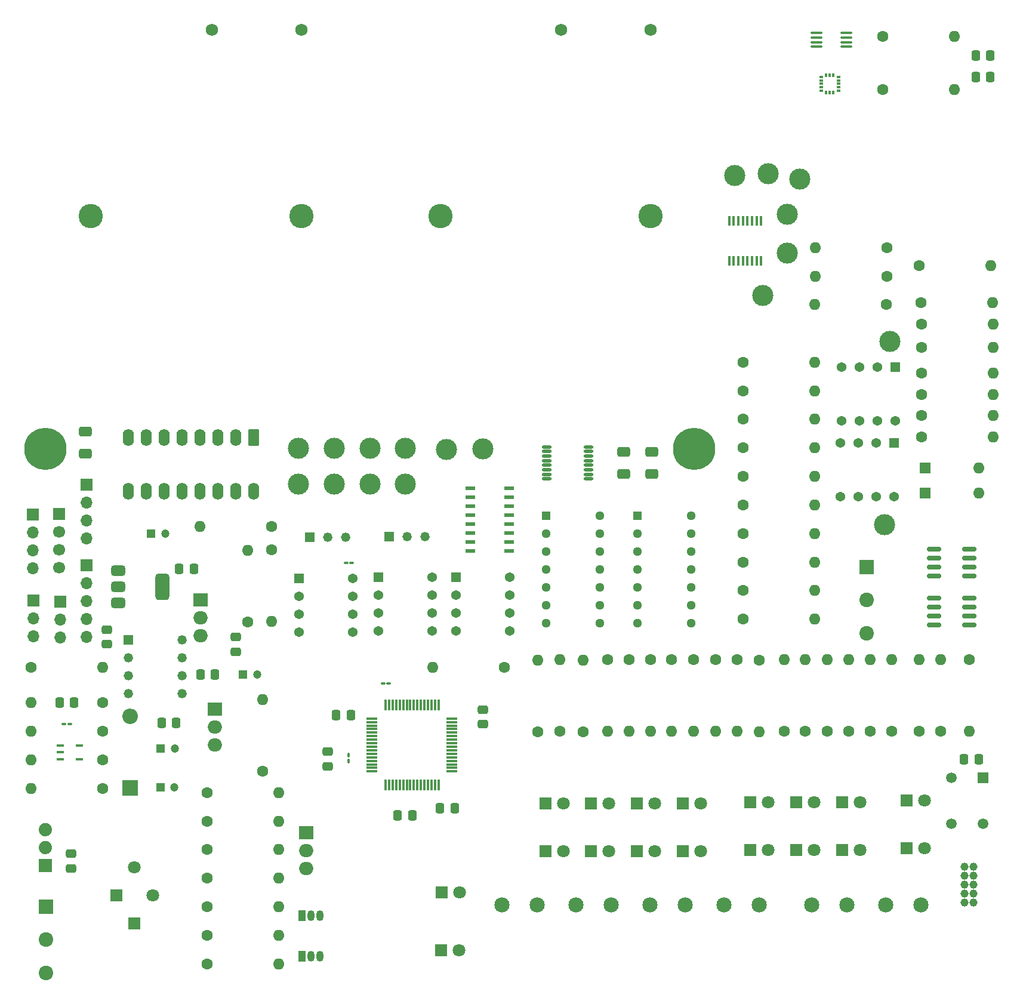
<source format=gbr>
%TF.GenerationSoftware,KiCad,Pcbnew,9.0.1-9.0.1-0~ubuntu24.04.1*%
%TF.CreationDate,2025-05-12T01:42:28+10:00*%
%TF.ProjectId,Sensor_Unit,53656e73-6f72-45f5-956e-69742e6b6963,rev?*%
%TF.SameCoordinates,Original*%
%TF.FileFunction,Soldermask,Top*%
%TF.FilePolarity,Negative*%
%FSLAX46Y46*%
G04 Gerber Fmt 4.6, Leading zero omitted, Abs format (unit mm)*
G04 Created by KiCad (PCBNEW 9.0.1-9.0.1-0~ubuntu24.04.1) date 2025-05-12 01:42:28*
%MOMM*%
%LPD*%
G01*
G04 APERTURE LIST*
G04 Aperture macros list*
%AMRoundRect*
0 Rectangle with rounded corners*
0 $1 Rounding radius*
0 $2 $3 $4 $5 $6 $7 $8 $9 X,Y pos of 4 corners*
0 Add a 4 corners polygon primitive as box body*
4,1,4,$2,$3,$4,$5,$6,$7,$8,$9,$2,$3,0*
0 Add four circle primitives for the rounded corners*
1,1,$1+$1,$2,$3*
1,1,$1+$1,$4,$5*
1,1,$1+$1,$6,$7*
1,1,$1+$1,$8,$9*
0 Add four rect primitives between the rounded corners*
20,1,$1+$1,$2,$3,$4,$5,0*
20,1,$1+$1,$4,$5,$6,$7,0*
20,1,$1+$1,$6,$7,$8,$9,0*
20,1,$1+$1,$8,$9,$2,$3,0*%
G04 Aperture macros list end*
%ADD10C,3.450000*%
%ADD11C,1.734000*%
%ADD12C,2.057400*%
%ADD13R,2.057400X2.057400*%
%ADD14R,1.371600X1.371600*%
%ADD15C,1.371600*%
%ADD16R,1.800000X1.800000*%
%ADD17C,1.800000*%
%ADD18RoundRect,0.100000X-0.217500X-0.100000X0.217500X-0.100000X0.217500X0.100000X-0.217500X0.100000X0*%
%ADD19C,1.600000*%
%ADD20O,1.600000X1.600000*%
%ADD21RoundRect,0.250000X0.337500X0.475000X-0.337500X0.475000X-0.337500X-0.475000X0.337500X-0.475000X0*%
%ADD22R,1.320800X1.320800*%
%ADD23C,1.320800*%
%ADD24R,2.000000X1.905000*%
%ADD25O,2.000000X1.905000*%
%ADD26RoundRect,0.250000X-0.550000X0.950000X-0.550000X-0.950000X0.550000X-0.950000X0.550000X0.950000X0*%
%ADD27O,1.600000X2.400000*%
%ADD28C,3.000000*%
%ADD29RoundRect,0.100000X0.100000X-0.217500X0.100000X0.217500X-0.100000X0.217500X-0.100000X-0.217500X0*%
%ADD30R,1.879600X1.879600*%
%ADD31C,1.879600*%
%ADD32RoundRect,0.375000X-0.625000X-0.375000X0.625000X-0.375000X0.625000X0.375000X-0.625000X0.375000X0*%
%ADD33RoundRect,0.500000X-0.500000X-1.400000X0.500000X-1.400000X0.500000X1.400000X-0.500000X1.400000X0*%
%ADD34RoundRect,0.250000X-0.337500X-0.475000X0.337500X-0.475000X0.337500X0.475000X-0.337500X0.475000X0*%
%ADD35RoundRect,0.087500X-0.187500X-0.087500X0.187500X-0.087500X0.187500X0.087500X-0.187500X0.087500X0*%
%ADD36RoundRect,0.087500X-0.087500X-0.187500X0.087500X-0.187500X0.087500X0.187500X-0.087500X0.187500X0*%
%ADD37R,1.200000X1.200000*%
%ADD38C,1.200000*%
%ADD39R,1.700000X1.700000*%
%ADD40O,1.700000X1.700000*%
%ADD41R,1.600000X1.600000*%
%ADD42RoundRect,0.250000X-0.475000X0.337500X-0.475000X-0.337500X0.475000X-0.337500X0.475000X0.337500X0*%
%ADD43C,2.154000*%
%ADD44RoundRect,0.250000X0.475000X-0.337500X0.475000X0.337500X-0.475000X0.337500X-0.475000X-0.337500X0*%
%ADD45O,1.400000X0.449999*%
%ADD46R,1.050000X1.500000*%
%ADD47O,1.050000X1.500000*%
%ADD48RoundRect,0.150000X-0.825000X-0.150000X0.825000X-0.150000X0.825000X0.150000X-0.825000X0.150000X0*%
%ADD49C,1.168400*%
%ADD50R,1.295400X1.295400*%
%ADD51C,1.295400*%
%ADD52R,1.460500X0.558800*%
%ADD53C,6.000000*%
%ADD54RoundRect,0.100000X-0.712500X-0.100000X0.712500X-0.100000X0.712500X0.100000X-0.712500X0.100000X0*%
%ADD55RoundRect,0.250000X0.650000X-0.412500X0.650000X0.412500X-0.650000X0.412500X-0.650000X-0.412500X0*%
%ADD56R,0.355600X1.473200*%
%ADD57RoundRect,0.075000X-0.700000X-0.075000X0.700000X-0.075000X0.700000X0.075000X-0.700000X0.075000X0*%
%ADD58RoundRect,0.075000X-0.075000X-0.700000X0.075000X-0.700000X0.075000X0.700000X-0.075000X0.700000X0*%
%ADD59R,2.200000X2.200000*%
%ADD60O,2.200000X2.200000*%
%ADD61R,1.498600X1.498600*%
%ADD62C,1.498600*%
%ADD63C,1.700000*%
%ADD64R,0.977900X0.406400*%
G04 APERTURE END LIST*
D10*
%TO.C,BT1*%
X89000000Y-53000000D03*
X118850000Y-53000000D03*
D11*
X106150000Y-26580000D03*
X118850000Y-26580000D03*
%TD*%
%TO.C,BT2*%
X69300000Y-26580000D03*
X56600000Y-26580000D03*
D10*
X69300000Y-53000000D03*
X39450000Y-53000000D03*
%TD*%
D12*
%TO.C,SW2*%
X33060400Y-160319401D03*
X33060400Y-155619401D03*
D13*
X33060400Y-150919400D03*
%TD*%
D14*
%TO.C,U17*%
X91190000Y-104190000D03*
D15*
X91190000Y-106730000D03*
X91190000Y-109270000D03*
X91190000Y-111810000D03*
X98810000Y-111810000D03*
X98810000Y-109270000D03*
X98810000Y-106730000D03*
X98810000Y-104190000D03*
%TD*%
D16*
%TO.C,LED19*%
X89181800Y-148906000D03*
D17*
X91721800Y-148906000D03*
%TD*%
D18*
%TO.C,C1*%
X80866600Y-119264600D03*
X81681600Y-119264600D03*
%TD*%
D19*
%TO.C,R15*%
X55920000Y-134750000D03*
D20*
X66080000Y-134750000D03*
%TD*%
D19*
%TO.C,R38*%
X112697500Y-115902600D03*
D20*
X112697500Y-126062600D03*
%TD*%
D21*
%TO.C,C16*%
X51522600Y-124839800D03*
X49447600Y-124839800D03*
%TD*%
D22*
%TO.C,U10*%
X44716300Y-113073400D03*
D23*
X44716300Y-115613400D03*
X44716300Y-118153400D03*
X44716300Y-120693400D03*
X52336300Y-120693400D03*
X52336300Y-118153400D03*
X52336300Y-115613400D03*
X52336300Y-113073400D03*
%TD*%
D24*
%TO.C,U9*%
X57000000Y-122920000D03*
D25*
X57000000Y-125460000D03*
X57000000Y-128000000D03*
%TD*%
D16*
%TO.C,LED16*%
X139508200Y-142906500D03*
D17*
X142048200Y-142906500D03*
%TD*%
D26*
%TO.C,U23*%
X62540000Y-84380000D03*
D27*
X60000000Y-84380000D03*
X57460000Y-84380000D03*
X54920000Y-84380000D03*
X52380000Y-84380000D03*
X49840000Y-84380000D03*
X47300000Y-84380000D03*
X44760000Y-84380000D03*
X44760000Y-92000000D03*
X47300000Y-92000000D03*
X49840000Y-92000000D03*
X52380000Y-92000000D03*
X54920000Y-92000000D03*
X57460000Y-92000000D03*
X60000000Y-92000000D03*
X62540000Y-92000000D03*
%TD*%
D28*
%TO.C,TP2*%
X95000000Y-86000000D03*
%TD*%
D29*
%TO.C,C7*%
X76000000Y-130240000D03*
X76000000Y-129425000D03*
%TD*%
D28*
%TO.C,TP5*%
X73950000Y-85950000D03*
%TD*%
D19*
%TO.C,R44*%
X143852600Y-126074300D03*
D20*
X143852600Y-115914300D03*
%TD*%
D30*
%TO.C,U8*%
X33000000Y-145080000D03*
D31*
X33000000Y-142540000D03*
X33000000Y-140000000D03*
%TD*%
D19*
%TO.C,R16*%
X55920000Y-138800000D03*
D20*
X66080000Y-138800000D03*
%TD*%
D28*
%TO.C,TP9*%
X84050000Y-85950000D03*
%TD*%
D32*
%TO.C,U13*%
X43289200Y-103245500D03*
X43289200Y-105545500D03*
D33*
X49589200Y-105545500D03*
D32*
X43289200Y-107845500D03*
%TD*%
D16*
%TO.C,LED11*%
X110389400Y-143082300D03*
D17*
X112929400Y-143082300D03*
%TD*%
D19*
%TO.C,R57*%
X131920000Y-102050000D03*
D20*
X142080000Y-102050000D03*
%TD*%
D34*
%TO.C,C5*%
X82962500Y-138000000D03*
X85037500Y-138000000D03*
%TD*%
D19*
%TO.C,R17*%
X55920000Y-142850000D03*
D20*
X66080000Y-142850000D03*
%TD*%
D16*
%TO.C,LED8*%
X139483200Y-136156500D03*
D17*
X142023200Y-136156500D03*
%TD*%
D19*
%TO.C,R49*%
X102818700Y-126131300D03*
D20*
X102818700Y-115971300D03*
%TD*%
D19*
%TO.C,R36*%
X146905200Y-126076100D03*
D20*
X146905200Y-115916100D03*
%TD*%
D19*
%TO.C,R28*%
X109247700Y-126160000D03*
D20*
X109247700Y-116000000D03*
%TD*%
D19*
%TO.C,R25*%
X65037200Y-100304200D03*
D20*
X65037200Y-110464200D03*
%TD*%
D35*
%TO.C,U4*%
X143025000Y-33225000D03*
X143025000Y-33725000D03*
X143025000Y-34225000D03*
X143025000Y-34725000D03*
X143025000Y-35225000D03*
D36*
X143750000Y-35450000D03*
X144250000Y-35450000D03*
X144750000Y-35450000D03*
D35*
X145475000Y-35225000D03*
X145475000Y-34725000D03*
X145475000Y-34225000D03*
X145475000Y-33725000D03*
X145475000Y-33225000D03*
D36*
X144750000Y-33000000D03*
X144250000Y-33000000D03*
X143750000Y-33000000D03*
%TD*%
D37*
%TO.C,C17*%
X49337700Y-128496800D03*
D38*
X51337700Y-128496800D03*
%TD*%
D14*
%TO.C,U19*%
X153540000Y-74380000D03*
D15*
X151000000Y-74380000D03*
X148460000Y-74380000D03*
X145920000Y-74380000D03*
X145920000Y-82000000D03*
X148460000Y-82000000D03*
X151000000Y-82000000D03*
X153540000Y-82000000D03*
%TD*%
D19*
%TO.C,R3*%
X152250000Y-65500000D03*
D20*
X142090000Y-65500000D03*
%TD*%
D28*
%TO.C,TP6*%
X73950000Y-91000000D03*
%TD*%
D39*
%TO.C,J6*%
X38780200Y-91121900D03*
D40*
X38780200Y-93661900D03*
X38780200Y-96201900D03*
X38780200Y-98741900D03*
%TD*%
D28*
%TO.C,TP16*%
X135500000Y-47000000D03*
%TD*%
D19*
%TO.C,R40*%
X124967100Y-115920000D03*
D20*
X124967100Y-126080000D03*
%TD*%
D41*
%TO.C,D3*%
X157740100Y-92276500D03*
D20*
X165360100Y-92276500D03*
%TD*%
D42*
%TO.C,C18*%
X41660500Y-111632400D03*
X41660500Y-113707400D03*
%TD*%
D43*
%TO.C,J11*%
X129221800Y-150656200D03*
X134221800Y-150656200D03*
%TD*%
D19*
%TO.C,R41*%
X131130000Y-115924000D03*
D20*
X131130000Y-126084000D03*
%TD*%
D19*
%TO.C,R37*%
X140800000Y-126074700D03*
D20*
X140800000Y-115914700D03*
%TD*%
D14*
%TO.C,U16*%
X80190000Y-104190000D03*
D15*
X80190000Y-106730000D03*
X80190000Y-109270000D03*
X80190000Y-111810000D03*
X87810000Y-111810000D03*
X87810000Y-109270000D03*
X87810000Y-106730000D03*
X87810000Y-104190000D03*
%TD*%
D44*
%TO.C,C6*%
X73000000Y-131037500D03*
X73000000Y-128962500D03*
%TD*%
D16*
%TO.C,LED7*%
X145983200Y-136156500D03*
D17*
X148523200Y-136156500D03*
%TD*%
D19*
%TO.C,R42*%
X156952200Y-126080000D03*
D20*
X156952200Y-115920000D03*
%TD*%
D24*
%TO.C,U11*%
X55000000Y-107460000D03*
D25*
X55000000Y-110000000D03*
X55000000Y-112540000D03*
%TD*%
D28*
%TO.C,TP7*%
X79000000Y-85950000D03*
%TD*%
D19*
%TO.C,R39*%
X118834600Y-115902600D03*
D20*
X118834600Y-126062600D03*
%TD*%
D19*
%TO.C,R53*%
X131920000Y-85850000D03*
D20*
X142080000Y-85850000D03*
%TD*%
D16*
%TO.C,LED4*%
X116854400Y-136332300D03*
D17*
X119394400Y-136332300D03*
%TD*%
D28*
%TO.C,TP15*%
X140000000Y-47750000D03*
%TD*%
%TO.C,TP10*%
X84050000Y-91000000D03*
%TD*%
D24*
%TO.C,Q2*%
X70000000Y-140460000D03*
D25*
X70000000Y-143000000D03*
X70000000Y-145540000D03*
%TD*%
D19*
%TO.C,R59*%
X98080000Y-117000000D03*
D20*
X87920000Y-117000000D03*
%TD*%
D45*
%TO.C,U22*%
X104100001Y-85725001D03*
X104100001Y-86375002D03*
X104100001Y-87025001D03*
X104100001Y-87675002D03*
X104100001Y-88325001D03*
X104100001Y-88975002D03*
X104100001Y-89625001D03*
X104100001Y-90275002D03*
X110000002Y-90275002D03*
X110000002Y-89625001D03*
X110000002Y-88975002D03*
X110000002Y-88325001D03*
X110000002Y-87675002D03*
X110000002Y-87025001D03*
X110000002Y-86375002D03*
X110000002Y-85725001D03*
%TD*%
D46*
%TO.C,Q3*%
X69373900Y-157967200D03*
D47*
X70643900Y-157967200D03*
X71913900Y-157967200D03*
%TD*%
D19*
%TO.C,R14*%
X63794700Y-131702200D03*
D20*
X63794700Y-121542200D03*
%TD*%
D48*
%TO.C,U6*%
X159050000Y-100190000D03*
X159050000Y-101460000D03*
X159050000Y-102730000D03*
X159050000Y-104000000D03*
X164000000Y-104000000D03*
X164000000Y-102730000D03*
X164000000Y-101460000D03*
X164000000Y-100190000D03*
%TD*%
D16*
%TO.C,LED12*%
X116904400Y-143082300D03*
D17*
X119444400Y-143082300D03*
%TD*%
D14*
%TO.C,U20*%
X153350000Y-85190000D03*
D15*
X150810000Y-85190000D03*
X148270000Y-85190000D03*
X145730000Y-85190000D03*
X145730000Y-92810000D03*
X148270000Y-92810000D03*
X150810000Y-92810000D03*
X153350000Y-92810000D03*
%TD*%
D19*
%TO.C,R10*%
X157280100Y-75276500D03*
D20*
X167440100Y-75276500D03*
%TD*%
D19*
%TO.C,R27*%
X65080000Y-97000000D03*
D20*
X54920000Y-97000000D03*
%TD*%
D19*
%TO.C,R61*%
X131920000Y-110150000D03*
D20*
X142080000Y-110150000D03*
%TD*%
D39*
%TO.C,J4*%
X31307600Y-107535000D03*
D40*
X31307600Y-110075000D03*
X31307600Y-112615000D03*
%TD*%
D19*
%TO.C,L3*%
X30920000Y-117000000D03*
D20*
X41080000Y-117000000D03*
%TD*%
D19*
%TO.C,R12*%
X157280100Y-81276500D03*
D20*
X167440100Y-81276500D03*
%TD*%
D49*
%TO.C,J1*%
X164604600Y-150354700D03*
X163334600Y-150354700D03*
X164604600Y-149084700D03*
X163334600Y-149084700D03*
X164604600Y-147814700D03*
X163334600Y-147814700D03*
X164604600Y-146544700D03*
X163334600Y-146544700D03*
X164604600Y-145274700D03*
X163334600Y-145274700D03*
%TD*%
D43*
%TO.C,J8*%
X97721800Y-150656200D03*
X102721800Y-150656200D03*
%TD*%
D23*
%TO.C,R46*%
X86826200Y-98409400D03*
X84286200Y-98409400D03*
D22*
X81746200Y-98409400D03*
%TD*%
D19*
%TO.C,R47*%
X164000000Y-115920000D03*
D20*
X164000000Y-126080000D03*
%TD*%
D19*
%TO.C,R50*%
X131920000Y-73700000D03*
D20*
X142080000Y-73700000D03*
%TD*%
D16*
%TO.C,LED10*%
X103889400Y-143082300D03*
D17*
X106429400Y-143082300D03*
%TD*%
D18*
%TO.C,C12*%
X35592500Y-125000000D03*
X36407500Y-125000000D03*
%TD*%
D34*
%TO.C,C23*%
X51962500Y-103000000D03*
X54037500Y-103000000D03*
%TD*%
D50*
%TO.C,U15*%
X104000000Y-95460000D03*
D51*
X104000000Y-98000000D03*
X104000000Y-100540000D03*
X104000000Y-103080000D03*
X104000000Y-105620000D03*
X104000000Y-108160000D03*
X104000000Y-110700000D03*
X111620000Y-110700000D03*
X111620000Y-108160000D03*
X111620000Y-105620000D03*
X111620000Y-103080000D03*
X111620000Y-100540000D03*
X111620000Y-98000000D03*
X111620000Y-95460000D03*
%TD*%
D34*
%TO.C,C10*%
X164962500Y-30240000D03*
X167037500Y-30240000D03*
%TD*%
D44*
%TO.C,C14*%
X36658800Y-145499700D03*
X36658800Y-143424700D03*
%TD*%
D19*
%TO.C,R19*%
X55920000Y-150950000D03*
D20*
X66080000Y-150950000D03*
%TD*%
D19*
%TO.C,R55*%
X131920000Y-93950000D03*
D20*
X142080000Y-93950000D03*
%TD*%
D19*
%TO.C,R58*%
X131920000Y-106100000D03*
D20*
X142080000Y-106100000D03*
%TD*%
D19*
%TO.C,R26*%
X61683900Y-110558700D03*
D20*
X61683900Y-100398700D03*
%TD*%
D42*
%TO.C,C20*%
X59957600Y-112700900D03*
X59957600Y-114775900D03*
%TD*%
D19*
%TO.C,R6*%
X156920000Y-60000000D03*
D20*
X167080000Y-60000000D03*
%TD*%
D28*
%TO.C,TP13*%
X130750000Y-47250000D03*
%TD*%
D39*
%TO.C,J5*%
X35086000Y-107653000D03*
D40*
X35086000Y-110193000D03*
X35086000Y-112733000D03*
%TD*%
D19*
%TO.C,R35*%
X153000000Y-126080000D03*
D20*
X153000000Y-115920000D03*
%TD*%
D16*
%TO.C,LED14*%
X155181800Y-142656200D03*
D17*
X157721800Y-142656200D03*
%TD*%
D16*
%TO.C,LED2*%
X103889400Y-136332300D03*
D17*
X106429400Y-136332300D03*
%TD*%
D16*
%TO.C,LED5*%
X123389400Y-136332300D03*
D17*
X125929400Y-136332300D03*
%TD*%
D19*
%TO.C,R7*%
X157200100Y-65276500D03*
D20*
X167360100Y-65276500D03*
%TD*%
D19*
%TO.C,R54*%
X131920000Y-89900000D03*
D20*
X142080000Y-89900000D03*
%TD*%
D52*
%TO.C,U18*%
X93275850Y-91555000D03*
X93275850Y-92825000D03*
X93275850Y-94095000D03*
X93275850Y-95365000D03*
X93275850Y-96635000D03*
X93275850Y-97905000D03*
X93275850Y-99175000D03*
X93275850Y-100445000D03*
X98724150Y-100445000D03*
X98724150Y-99175000D03*
X98724150Y-97905000D03*
X98724150Y-96635000D03*
X98724150Y-95365000D03*
X98724150Y-94095000D03*
X98724150Y-92825000D03*
X98724150Y-91555000D03*
%TD*%
D53*
%TO.C,FID2*%
X125000000Y-86000000D03*
%TD*%
D50*
%TO.C,U14*%
X117000000Y-95460000D03*
D51*
X117000000Y-98000000D03*
X117000000Y-100540000D03*
X117000000Y-103080000D03*
X117000000Y-105620000D03*
X117000000Y-108160000D03*
X117000000Y-110700000D03*
X124620000Y-110700000D03*
X124620000Y-108160000D03*
X124620000Y-105620000D03*
X124620000Y-103080000D03*
X124620000Y-100540000D03*
X124620000Y-98000000D03*
X124620000Y-95460000D03*
%TD*%
D19*
%TO.C,R52*%
X131920000Y-81800000D03*
D20*
X142080000Y-81800000D03*
%TD*%
D43*
%TO.C,J10*%
X118721800Y-150656200D03*
X123721800Y-150656200D03*
%TD*%
D28*
%TO.C,TP8*%
X79000000Y-91000000D03*
%TD*%
D16*
%TO.C,LED15*%
X146008200Y-142906500D03*
D17*
X148548200Y-142906500D03*
%TD*%
D23*
%TO.C,R48*%
X75546100Y-98490900D03*
X73006100Y-98490900D03*
D22*
X70466100Y-98490900D03*
%TD*%
D39*
%TO.C,J12*%
X31191300Y-95325300D03*
D40*
X31191300Y-97865300D03*
X31191300Y-100405300D03*
X31191300Y-102945300D03*
%TD*%
D19*
%TO.C,R51*%
X131920000Y-77750000D03*
D20*
X142080000Y-77750000D03*
%TD*%
D19*
%TO.C,R13*%
X157280100Y-84276500D03*
D20*
X167440100Y-84276500D03*
%TD*%
D19*
%TO.C,R56*%
X131920000Y-98000000D03*
D20*
X142080000Y-98000000D03*
%TD*%
D16*
%TO.C,LED17*%
X132968200Y-142906500D03*
D17*
X135508200Y-142906500D03*
%TD*%
D54*
%TO.C,U3*%
X142387500Y-27025000D03*
X142387500Y-27675000D03*
X142387500Y-28325000D03*
X142387500Y-28975000D03*
X146612500Y-28975000D03*
X146612500Y-28325000D03*
X146612500Y-27675000D03*
X146612500Y-27025000D03*
%TD*%
D34*
%TO.C,C11*%
X164962500Y-33250000D03*
X167037500Y-33250000D03*
%TD*%
D16*
%TO.C,LED3*%
X110389400Y-136332300D03*
D17*
X112929400Y-136332300D03*
%TD*%
D21*
%TO.C,C2*%
X76287500Y-123750000D03*
X74212500Y-123750000D03*
%TD*%
D34*
%TO.C,C19*%
X54962500Y-118000000D03*
X57037500Y-118000000D03*
%TD*%
D43*
%TO.C,J3*%
X152221800Y-150656200D03*
X157221800Y-150656200D03*
%TD*%
D19*
%TO.C,R30*%
X115766000Y-115902600D03*
D20*
X115766000Y-126062600D03*
%TD*%
D34*
%TO.C,C13*%
X35000000Y-122000000D03*
X37075000Y-122000000D03*
%TD*%
D53*
%TO.C,FID1*%
X33000000Y-86000000D03*
%TD*%
D19*
%TO.C,R8*%
X157280100Y-68276500D03*
D20*
X167440100Y-68276500D03*
%TD*%
D16*
%TO.C,LED13*%
X123414400Y-143082300D03*
D17*
X125954400Y-143082300D03*
%TD*%
D16*
%TO.C,LED6*%
X155156800Y-135906200D03*
D17*
X157696800Y-135906200D03*
%TD*%
D19*
%TO.C,R18*%
X55920000Y-146900000D03*
D20*
X66080000Y-146900000D03*
%TD*%
D19*
%TO.C,R9*%
X157280100Y-71626500D03*
D20*
X167440100Y-71626500D03*
%TD*%
D19*
%TO.C,R34*%
X160000000Y-126080000D03*
D20*
X160000000Y-115920000D03*
%TD*%
D28*
%TO.C,TP11*%
X138250000Y-52750000D03*
%TD*%
D21*
%TO.C,C25*%
X165384100Y-130000000D03*
X163309100Y-130000000D03*
%TD*%
D46*
%TO.C,Q1*%
X69373900Y-152177200D03*
D47*
X70643900Y-152177200D03*
X71913900Y-152177200D03*
%TD*%
D55*
%TO.C,C26*%
X115000000Y-89562500D03*
X115000000Y-86437500D03*
%TD*%
D56*
%TO.C,U21*%
X134524999Y-53680600D03*
X133875001Y-53680600D03*
X133224999Y-53680600D03*
X132575001Y-53680600D03*
X131925002Y-53680600D03*
X131275001Y-53680600D03*
X130625002Y-53680600D03*
X129975001Y-53680600D03*
X129975001Y-59319400D03*
X130624999Y-59319400D03*
X131275001Y-59319400D03*
X131924999Y-59319400D03*
X132574998Y-59319400D03*
X133224999Y-59319400D03*
X133874998Y-59319400D03*
X134524999Y-59319400D03*
%TD*%
D55*
%TO.C,C27*%
X119000000Y-89562500D03*
X119000000Y-86437500D03*
%TD*%
%TO.C,C29*%
X38658200Y-86701000D03*
X38658200Y-83576000D03*
%TD*%
D21*
%TO.C,C3*%
X91037500Y-137000000D03*
X88962500Y-137000000D03*
%TD*%
D19*
%TO.C,R43*%
X149952200Y-126080000D03*
D20*
X149952200Y-115920000D03*
%TD*%
D28*
%TO.C,TP1*%
X89850000Y-86050000D03*
%TD*%
D42*
%TO.C,C4*%
X95000000Y-122962500D03*
X95000000Y-125037500D03*
%TD*%
D28*
%TO.C,TP17*%
X138250000Y-58250000D03*
%TD*%
D19*
%TO.C,R11*%
X157280100Y-78276500D03*
D20*
X167440100Y-78276500D03*
%TD*%
D18*
%TO.C,C22*%
X75637500Y-102161400D03*
X76452500Y-102161400D03*
%TD*%
D28*
%TO.C,TP14*%
X152000000Y-96750000D03*
%TD*%
D43*
%TO.C,J2*%
X141721800Y-150656200D03*
X146721800Y-150656200D03*
%TD*%
D19*
%TO.C,R31*%
X121766000Y-115902600D03*
D20*
X121766000Y-126062600D03*
%TD*%
D28*
%TO.C,TP12*%
X152750000Y-70750000D03*
%TD*%
D57*
%TO.C,U1*%
X79325000Y-124250000D03*
X79325000Y-124750000D03*
X79325000Y-125250000D03*
X79325000Y-125750000D03*
X79325000Y-126250000D03*
X79325000Y-126750000D03*
X79325000Y-127250000D03*
X79325000Y-127750000D03*
X79325000Y-128250000D03*
X79325000Y-128750000D03*
X79325000Y-129250000D03*
X79325000Y-129750000D03*
X79325000Y-130250000D03*
X79325000Y-130750000D03*
X79325000Y-131250000D03*
X79325000Y-131750000D03*
D58*
X81250000Y-133675000D03*
X81750000Y-133675000D03*
X82250000Y-133675000D03*
X82750000Y-133675000D03*
X83250000Y-133675000D03*
X83750000Y-133675000D03*
X84250000Y-133675000D03*
X84750000Y-133675000D03*
X85250000Y-133675000D03*
X85750000Y-133675000D03*
X86250000Y-133675000D03*
X86750000Y-133675000D03*
X87250000Y-133675000D03*
X87750000Y-133675000D03*
X88250000Y-133675000D03*
X88750000Y-133675000D03*
D57*
X90675000Y-131750000D03*
X90675000Y-131250000D03*
X90675000Y-130750000D03*
X90675000Y-130250000D03*
X90675000Y-129750000D03*
X90675000Y-129250000D03*
X90675000Y-128750000D03*
X90675000Y-128250000D03*
X90675000Y-127750000D03*
X90675000Y-127250000D03*
X90675000Y-126750000D03*
X90675000Y-126250000D03*
X90675000Y-125750000D03*
X90675000Y-125250000D03*
X90675000Y-124750000D03*
X90675000Y-124250000D03*
D58*
X88750000Y-122325000D03*
X88250000Y-122325000D03*
X87750000Y-122325000D03*
X87250000Y-122325000D03*
X86750000Y-122325000D03*
X86250000Y-122325000D03*
X85750000Y-122325000D03*
X85250000Y-122325000D03*
X84750000Y-122325000D03*
X84250000Y-122325000D03*
X83750000Y-122325000D03*
X83250000Y-122325000D03*
X82750000Y-122325000D03*
X82250000Y-122325000D03*
X81750000Y-122325000D03*
X81250000Y-122325000D03*
%TD*%
D19*
%TO.C,R32*%
X128044600Y-115920000D03*
D20*
X128044600Y-126080000D03*
%TD*%
D19*
%TO.C,R4*%
X151745000Y-27500000D03*
D20*
X161905000Y-27500000D03*
%TD*%
D48*
%TO.C,U5*%
X159050000Y-107190000D03*
X159050000Y-108460000D03*
X159050000Y-109730000D03*
X159050000Y-111000000D03*
X164000000Y-111000000D03*
X164000000Y-109730000D03*
X164000000Y-108460000D03*
X164000000Y-107190000D03*
%TD*%
D37*
%TO.C,C21*%
X61000000Y-118000000D03*
D38*
X63000000Y-118000000D03*
%TD*%
D59*
%TO.C,D23*%
X45000000Y-134080000D03*
D60*
X45000000Y-123920000D03*
%TD*%
D41*
%TO.C,D2*%
X157740100Y-88726500D03*
D20*
X165360100Y-88726500D03*
%TD*%
D61*
%TO.C,SW3*%
X165989401Y-132656199D03*
D62*
X165989401Y-139156200D03*
X161489400Y-132656199D03*
X161489400Y-139156200D03*
%TD*%
D39*
%TO.C,J7*%
X38785700Y-102473300D03*
D40*
X38785700Y-105013300D03*
X38785700Y-107553300D03*
X38785700Y-110093300D03*
X38785700Y-112633300D03*
%TD*%
D19*
%TO.C,R45*%
X137755800Y-126075100D03*
D20*
X137755800Y-115915100D03*
%TD*%
D37*
%TO.C,C15*%
X49287500Y-133965100D03*
D38*
X51287500Y-133965100D03*
%TD*%
D39*
%TO.C,J13*%
X34929500Y-95232300D03*
D63*
X34929500Y-97772300D03*
X34929500Y-100312300D03*
X34929500Y-102852300D03*
%TD*%
D37*
%TO.C,C24*%
X48000000Y-98000000D03*
D38*
X50000000Y-98000000D03*
%TD*%
D16*
%TO.C,U24*%
X43076300Y-149335000D03*
D17*
X48176300Y-149335000D03*
D16*
X45576300Y-153335000D03*
D17*
X45576300Y-145335000D03*
%TD*%
D19*
%TO.C,R5*%
X151745000Y-35050000D03*
D20*
X161905000Y-35050000D03*
%TD*%
D16*
%TO.C,LED9*%
X132943200Y-136156500D03*
D17*
X135483200Y-136156500D03*
%TD*%
D64*
%TO.C,U7*%
X35113850Y-128107700D03*
X35113850Y-129047500D03*
X35113850Y-129987300D03*
X37793550Y-130000000D03*
X37793550Y-128095000D03*
%TD*%
D28*
%TO.C,TP3*%
X68900000Y-85950000D03*
%TD*%
D19*
%TO.C,R60*%
X55920000Y-159050000D03*
D20*
X66080000Y-159050000D03*
%TD*%
D43*
%TO.C,J9*%
X108221800Y-150656200D03*
X113221800Y-150656200D03*
%TD*%
D19*
%TO.C,R20*%
X55920000Y-155000000D03*
D20*
X66080000Y-155000000D03*
%TD*%
D19*
%TO.C,R2*%
X152330000Y-61500000D03*
D20*
X142170000Y-61500000D03*
%TD*%
D28*
%TO.C,TP18*%
X134750000Y-64250000D03*
%TD*%
D19*
%TO.C,R1*%
X152330000Y-57500000D03*
D20*
X142170000Y-57500000D03*
%TD*%
D19*
%TO.C,R29*%
X106000000Y-126080000D03*
D20*
X106000000Y-115920000D03*
%TD*%
D28*
%TO.C,TP4*%
X68900000Y-91000000D03*
%TD*%
D16*
%TO.C,LED1*%
X89128500Y-157103200D03*
D17*
X91668500Y-157103200D03*
%TD*%
D14*
%TO.C,U12*%
X69000000Y-104380000D03*
D15*
X69000000Y-106920000D03*
X69000000Y-109460000D03*
X69000000Y-112000000D03*
X76620000Y-112000000D03*
X76620000Y-109460000D03*
X76620000Y-106920000D03*
X76620000Y-104380000D03*
%TD*%
D19*
%TO.C,R33*%
X134247700Y-115947000D03*
D20*
X134247700Y-126107000D03*
%TD*%
D13*
%TO.C,CR1*%
X149500000Y-102750000D03*
D12*
X149500000Y-107450001D03*
X149500000Y-112150001D03*
%TD*%
D19*
%TO.C,R21*%
X41080000Y-122000000D03*
D20*
X30920000Y-122000000D03*
%TD*%
D19*
%TO.C,R24*%
X41080000Y-134150000D03*
D20*
X30920000Y-134150000D03*
%TD*%
D19*
%TO.C,R23*%
X41080000Y-130100000D03*
D20*
X30920000Y-130100000D03*
%TD*%
D19*
%TO.C,R22*%
X41080000Y-126050000D03*
D20*
X30920000Y-126050000D03*
%TD*%
M02*

</source>
